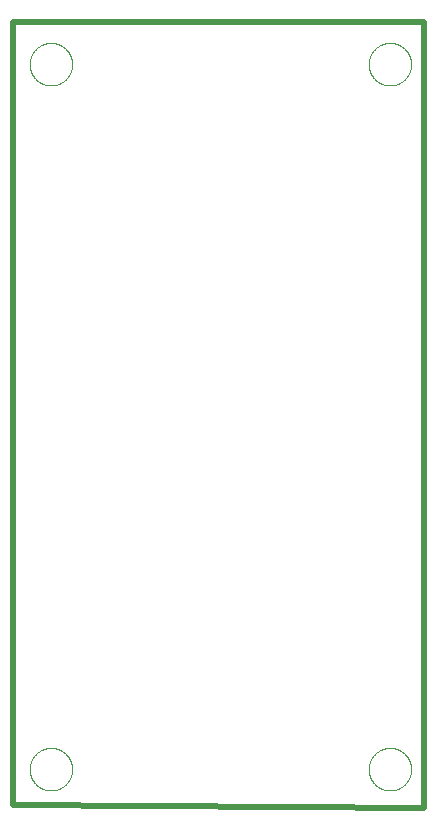
<source format=gbp>
G75*
%MOIN*%
%OFA0B0*%
%FSLAX25Y25*%
%IPPOS*%
%LPD*%
%AMOC8*
5,1,8,0,0,1.08239X$1,22.5*
%
%ADD10C,0.02000*%
%ADD11C,0.00000*%
D10*
X0002000Y0037211D02*
X0139000Y0036211D01*
X0139000Y0298211D01*
X0002000Y0298211D01*
X0002000Y0037211D01*
D11*
X0007413Y0049211D02*
X0007415Y0049385D01*
X0007422Y0049559D01*
X0007432Y0049732D01*
X0007447Y0049906D01*
X0007466Y0050079D01*
X0007490Y0050251D01*
X0007517Y0050423D01*
X0007549Y0050594D01*
X0007585Y0050764D01*
X0007625Y0050933D01*
X0007670Y0051101D01*
X0007718Y0051268D01*
X0007771Y0051434D01*
X0007827Y0051599D01*
X0007888Y0051762D01*
X0007952Y0051923D01*
X0008021Y0052083D01*
X0008093Y0052241D01*
X0008170Y0052397D01*
X0008250Y0052552D01*
X0008334Y0052704D01*
X0008421Y0052854D01*
X0008513Y0053003D01*
X0008607Y0053148D01*
X0008706Y0053292D01*
X0008808Y0053433D01*
X0008913Y0053571D01*
X0009022Y0053707D01*
X0009134Y0053840D01*
X0009249Y0053970D01*
X0009367Y0054098D01*
X0009489Y0054222D01*
X0009613Y0054344D01*
X0009741Y0054462D01*
X0009871Y0054577D01*
X0010004Y0054689D01*
X0010140Y0054798D01*
X0010278Y0054903D01*
X0010419Y0055005D01*
X0010563Y0055104D01*
X0010708Y0055198D01*
X0010857Y0055290D01*
X0011007Y0055377D01*
X0011159Y0055461D01*
X0011314Y0055541D01*
X0011470Y0055618D01*
X0011628Y0055690D01*
X0011788Y0055759D01*
X0011949Y0055823D01*
X0012112Y0055884D01*
X0012277Y0055940D01*
X0012443Y0055993D01*
X0012610Y0056041D01*
X0012778Y0056086D01*
X0012947Y0056126D01*
X0013117Y0056162D01*
X0013288Y0056194D01*
X0013460Y0056221D01*
X0013632Y0056245D01*
X0013805Y0056264D01*
X0013979Y0056279D01*
X0014152Y0056289D01*
X0014326Y0056296D01*
X0014500Y0056298D01*
X0014674Y0056296D01*
X0014848Y0056289D01*
X0015021Y0056279D01*
X0015195Y0056264D01*
X0015368Y0056245D01*
X0015540Y0056221D01*
X0015712Y0056194D01*
X0015883Y0056162D01*
X0016053Y0056126D01*
X0016222Y0056086D01*
X0016390Y0056041D01*
X0016557Y0055993D01*
X0016723Y0055940D01*
X0016888Y0055884D01*
X0017051Y0055823D01*
X0017212Y0055759D01*
X0017372Y0055690D01*
X0017530Y0055618D01*
X0017686Y0055541D01*
X0017841Y0055461D01*
X0017993Y0055377D01*
X0018143Y0055290D01*
X0018292Y0055198D01*
X0018437Y0055104D01*
X0018581Y0055005D01*
X0018722Y0054903D01*
X0018860Y0054798D01*
X0018996Y0054689D01*
X0019129Y0054577D01*
X0019259Y0054462D01*
X0019387Y0054344D01*
X0019511Y0054222D01*
X0019633Y0054098D01*
X0019751Y0053970D01*
X0019866Y0053840D01*
X0019978Y0053707D01*
X0020087Y0053571D01*
X0020192Y0053433D01*
X0020294Y0053292D01*
X0020393Y0053148D01*
X0020487Y0053003D01*
X0020579Y0052854D01*
X0020666Y0052704D01*
X0020750Y0052552D01*
X0020830Y0052397D01*
X0020907Y0052241D01*
X0020979Y0052083D01*
X0021048Y0051923D01*
X0021112Y0051762D01*
X0021173Y0051599D01*
X0021229Y0051434D01*
X0021282Y0051268D01*
X0021330Y0051101D01*
X0021375Y0050933D01*
X0021415Y0050764D01*
X0021451Y0050594D01*
X0021483Y0050423D01*
X0021510Y0050251D01*
X0021534Y0050079D01*
X0021553Y0049906D01*
X0021568Y0049732D01*
X0021578Y0049559D01*
X0021585Y0049385D01*
X0021587Y0049211D01*
X0021585Y0049037D01*
X0021578Y0048863D01*
X0021568Y0048690D01*
X0021553Y0048516D01*
X0021534Y0048343D01*
X0021510Y0048171D01*
X0021483Y0047999D01*
X0021451Y0047828D01*
X0021415Y0047658D01*
X0021375Y0047489D01*
X0021330Y0047321D01*
X0021282Y0047154D01*
X0021229Y0046988D01*
X0021173Y0046823D01*
X0021112Y0046660D01*
X0021048Y0046499D01*
X0020979Y0046339D01*
X0020907Y0046181D01*
X0020830Y0046025D01*
X0020750Y0045870D01*
X0020666Y0045718D01*
X0020579Y0045568D01*
X0020487Y0045419D01*
X0020393Y0045274D01*
X0020294Y0045130D01*
X0020192Y0044989D01*
X0020087Y0044851D01*
X0019978Y0044715D01*
X0019866Y0044582D01*
X0019751Y0044452D01*
X0019633Y0044324D01*
X0019511Y0044200D01*
X0019387Y0044078D01*
X0019259Y0043960D01*
X0019129Y0043845D01*
X0018996Y0043733D01*
X0018860Y0043624D01*
X0018722Y0043519D01*
X0018581Y0043417D01*
X0018437Y0043318D01*
X0018292Y0043224D01*
X0018143Y0043132D01*
X0017993Y0043045D01*
X0017841Y0042961D01*
X0017686Y0042881D01*
X0017530Y0042804D01*
X0017372Y0042732D01*
X0017212Y0042663D01*
X0017051Y0042599D01*
X0016888Y0042538D01*
X0016723Y0042482D01*
X0016557Y0042429D01*
X0016390Y0042381D01*
X0016222Y0042336D01*
X0016053Y0042296D01*
X0015883Y0042260D01*
X0015712Y0042228D01*
X0015540Y0042201D01*
X0015368Y0042177D01*
X0015195Y0042158D01*
X0015021Y0042143D01*
X0014848Y0042133D01*
X0014674Y0042126D01*
X0014500Y0042124D01*
X0014326Y0042126D01*
X0014152Y0042133D01*
X0013979Y0042143D01*
X0013805Y0042158D01*
X0013632Y0042177D01*
X0013460Y0042201D01*
X0013288Y0042228D01*
X0013117Y0042260D01*
X0012947Y0042296D01*
X0012778Y0042336D01*
X0012610Y0042381D01*
X0012443Y0042429D01*
X0012277Y0042482D01*
X0012112Y0042538D01*
X0011949Y0042599D01*
X0011788Y0042663D01*
X0011628Y0042732D01*
X0011470Y0042804D01*
X0011314Y0042881D01*
X0011159Y0042961D01*
X0011007Y0043045D01*
X0010857Y0043132D01*
X0010708Y0043224D01*
X0010563Y0043318D01*
X0010419Y0043417D01*
X0010278Y0043519D01*
X0010140Y0043624D01*
X0010004Y0043733D01*
X0009871Y0043845D01*
X0009741Y0043960D01*
X0009613Y0044078D01*
X0009489Y0044200D01*
X0009367Y0044324D01*
X0009249Y0044452D01*
X0009134Y0044582D01*
X0009022Y0044715D01*
X0008913Y0044851D01*
X0008808Y0044989D01*
X0008706Y0045130D01*
X0008607Y0045274D01*
X0008513Y0045419D01*
X0008421Y0045568D01*
X0008334Y0045718D01*
X0008250Y0045870D01*
X0008170Y0046025D01*
X0008093Y0046181D01*
X0008021Y0046339D01*
X0007952Y0046499D01*
X0007888Y0046660D01*
X0007827Y0046823D01*
X0007771Y0046988D01*
X0007718Y0047154D01*
X0007670Y0047321D01*
X0007625Y0047489D01*
X0007585Y0047658D01*
X0007549Y0047828D01*
X0007517Y0047999D01*
X0007490Y0048171D01*
X0007466Y0048343D01*
X0007447Y0048516D01*
X0007432Y0048690D01*
X0007422Y0048863D01*
X0007415Y0049037D01*
X0007413Y0049211D01*
X0007413Y0284211D02*
X0007415Y0284385D01*
X0007422Y0284559D01*
X0007432Y0284732D01*
X0007447Y0284906D01*
X0007466Y0285079D01*
X0007490Y0285251D01*
X0007517Y0285423D01*
X0007549Y0285594D01*
X0007585Y0285764D01*
X0007625Y0285933D01*
X0007670Y0286101D01*
X0007718Y0286268D01*
X0007771Y0286434D01*
X0007827Y0286599D01*
X0007888Y0286762D01*
X0007952Y0286923D01*
X0008021Y0287083D01*
X0008093Y0287241D01*
X0008170Y0287397D01*
X0008250Y0287552D01*
X0008334Y0287704D01*
X0008421Y0287854D01*
X0008513Y0288003D01*
X0008607Y0288148D01*
X0008706Y0288292D01*
X0008808Y0288433D01*
X0008913Y0288571D01*
X0009022Y0288707D01*
X0009134Y0288840D01*
X0009249Y0288970D01*
X0009367Y0289098D01*
X0009489Y0289222D01*
X0009613Y0289344D01*
X0009741Y0289462D01*
X0009871Y0289577D01*
X0010004Y0289689D01*
X0010140Y0289798D01*
X0010278Y0289903D01*
X0010419Y0290005D01*
X0010563Y0290104D01*
X0010708Y0290198D01*
X0010857Y0290290D01*
X0011007Y0290377D01*
X0011159Y0290461D01*
X0011314Y0290541D01*
X0011470Y0290618D01*
X0011628Y0290690D01*
X0011788Y0290759D01*
X0011949Y0290823D01*
X0012112Y0290884D01*
X0012277Y0290940D01*
X0012443Y0290993D01*
X0012610Y0291041D01*
X0012778Y0291086D01*
X0012947Y0291126D01*
X0013117Y0291162D01*
X0013288Y0291194D01*
X0013460Y0291221D01*
X0013632Y0291245D01*
X0013805Y0291264D01*
X0013979Y0291279D01*
X0014152Y0291289D01*
X0014326Y0291296D01*
X0014500Y0291298D01*
X0014674Y0291296D01*
X0014848Y0291289D01*
X0015021Y0291279D01*
X0015195Y0291264D01*
X0015368Y0291245D01*
X0015540Y0291221D01*
X0015712Y0291194D01*
X0015883Y0291162D01*
X0016053Y0291126D01*
X0016222Y0291086D01*
X0016390Y0291041D01*
X0016557Y0290993D01*
X0016723Y0290940D01*
X0016888Y0290884D01*
X0017051Y0290823D01*
X0017212Y0290759D01*
X0017372Y0290690D01*
X0017530Y0290618D01*
X0017686Y0290541D01*
X0017841Y0290461D01*
X0017993Y0290377D01*
X0018143Y0290290D01*
X0018292Y0290198D01*
X0018437Y0290104D01*
X0018581Y0290005D01*
X0018722Y0289903D01*
X0018860Y0289798D01*
X0018996Y0289689D01*
X0019129Y0289577D01*
X0019259Y0289462D01*
X0019387Y0289344D01*
X0019511Y0289222D01*
X0019633Y0289098D01*
X0019751Y0288970D01*
X0019866Y0288840D01*
X0019978Y0288707D01*
X0020087Y0288571D01*
X0020192Y0288433D01*
X0020294Y0288292D01*
X0020393Y0288148D01*
X0020487Y0288003D01*
X0020579Y0287854D01*
X0020666Y0287704D01*
X0020750Y0287552D01*
X0020830Y0287397D01*
X0020907Y0287241D01*
X0020979Y0287083D01*
X0021048Y0286923D01*
X0021112Y0286762D01*
X0021173Y0286599D01*
X0021229Y0286434D01*
X0021282Y0286268D01*
X0021330Y0286101D01*
X0021375Y0285933D01*
X0021415Y0285764D01*
X0021451Y0285594D01*
X0021483Y0285423D01*
X0021510Y0285251D01*
X0021534Y0285079D01*
X0021553Y0284906D01*
X0021568Y0284732D01*
X0021578Y0284559D01*
X0021585Y0284385D01*
X0021587Y0284211D01*
X0021585Y0284037D01*
X0021578Y0283863D01*
X0021568Y0283690D01*
X0021553Y0283516D01*
X0021534Y0283343D01*
X0021510Y0283171D01*
X0021483Y0282999D01*
X0021451Y0282828D01*
X0021415Y0282658D01*
X0021375Y0282489D01*
X0021330Y0282321D01*
X0021282Y0282154D01*
X0021229Y0281988D01*
X0021173Y0281823D01*
X0021112Y0281660D01*
X0021048Y0281499D01*
X0020979Y0281339D01*
X0020907Y0281181D01*
X0020830Y0281025D01*
X0020750Y0280870D01*
X0020666Y0280718D01*
X0020579Y0280568D01*
X0020487Y0280419D01*
X0020393Y0280274D01*
X0020294Y0280130D01*
X0020192Y0279989D01*
X0020087Y0279851D01*
X0019978Y0279715D01*
X0019866Y0279582D01*
X0019751Y0279452D01*
X0019633Y0279324D01*
X0019511Y0279200D01*
X0019387Y0279078D01*
X0019259Y0278960D01*
X0019129Y0278845D01*
X0018996Y0278733D01*
X0018860Y0278624D01*
X0018722Y0278519D01*
X0018581Y0278417D01*
X0018437Y0278318D01*
X0018292Y0278224D01*
X0018143Y0278132D01*
X0017993Y0278045D01*
X0017841Y0277961D01*
X0017686Y0277881D01*
X0017530Y0277804D01*
X0017372Y0277732D01*
X0017212Y0277663D01*
X0017051Y0277599D01*
X0016888Y0277538D01*
X0016723Y0277482D01*
X0016557Y0277429D01*
X0016390Y0277381D01*
X0016222Y0277336D01*
X0016053Y0277296D01*
X0015883Y0277260D01*
X0015712Y0277228D01*
X0015540Y0277201D01*
X0015368Y0277177D01*
X0015195Y0277158D01*
X0015021Y0277143D01*
X0014848Y0277133D01*
X0014674Y0277126D01*
X0014500Y0277124D01*
X0014326Y0277126D01*
X0014152Y0277133D01*
X0013979Y0277143D01*
X0013805Y0277158D01*
X0013632Y0277177D01*
X0013460Y0277201D01*
X0013288Y0277228D01*
X0013117Y0277260D01*
X0012947Y0277296D01*
X0012778Y0277336D01*
X0012610Y0277381D01*
X0012443Y0277429D01*
X0012277Y0277482D01*
X0012112Y0277538D01*
X0011949Y0277599D01*
X0011788Y0277663D01*
X0011628Y0277732D01*
X0011470Y0277804D01*
X0011314Y0277881D01*
X0011159Y0277961D01*
X0011007Y0278045D01*
X0010857Y0278132D01*
X0010708Y0278224D01*
X0010563Y0278318D01*
X0010419Y0278417D01*
X0010278Y0278519D01*
X0010140Y0278624D01*
X0010004Y0278733D01*
X0009871Y0278845D01*
X0009741Y0278960D01*
X0009613Y0279078D01*
X0009489Y0279200D01*
X0009367Y0279324D01*
X0009249Y0279452D01*
X0009134Y0279582D01*
X0009022Y0279715D01*
X0008913Y0279851D01*
X0008808Y0279989D01*
X0008706Y0280130D01*
X0008607Y0280274D01*
X0008513Y0280419D01*
X0008421Y0280568D01*
X0008334Y0280718D01*
X0008250Y0280870D01*
X0008170Y0281025D01*
X0008093Y0281181D01*
X0008021Y0281339D01*
X0007952Y0281499D01*
X0007888Y0281660D01*
X0007827Y0281823D01*
X0007771Y0281988D01*
X0007718Y0282154D01*
X0007670Y0282321D01*
X0007625Y0282489D01*
X0007585Y0282658D01*
X0007549Y0282828D01*
X0007517Y0282999D01*
X0007490Y0283171D01*
X0007466Y0283343D01*
X0007447Y0283516D01*
X0007432Y0283690D01*
X0007422Y0283863D01*
X0007415Y0284037D01*
X0007413Y0284211D01*
X0120413Y0284211D02*
X0120415Y0284385D01*
X0120422Y0284559D01*
X0120432Y0284732D01*
X0120447Y0284906D01*
X0120466Y0285079D01*
X0120490Y0285251D01*
X0120517Y0285423D01*
X0120549Y0285594D01*
X0120585Y0285764D01*
X0120625Y0285933D01*
X0120670Y0286101D01*
X0120718Y0286268D01*
X0120771Y0286434D01*
X0120827Y0286599D01*
X0120888Y0286762D01*
X0120952Y0286923D01*
X0121021Y0287083D01*
X0121093Y0287241D01*
X0121170Y0287397D01*
X0121250Y0287552D01*
X0121334Y0287704D01*
X0121421Y0287854D01*
X0121513Y0288003D01*
X0121607Y0288148D01*
X0121706Y0288292D01*
X0121808Y0288433D01*
X0121913Y0288571D01*
X0122022Y0288707D01*
X0122134Y0288840D01*
X0122249Y0288970D01*
X0122367Y0289098D01*
X0122489Y0289222D01*
X0122613Y0289344D01*
X0122741Y0289462D01*
X0122871Y0289577D01*
X0123004Y0289689D01*
X0123140Y0289798D01*
X0123278Y0289903D01*
X0123419Y0290005D01*
X0123563Y0290104D01*
X0123708Y0290198D01*
X0123857Y0290290D01*
X0124007Y0290377D01*
X0124159Y0290461D01*
X0124314Y0290541D01*
X0124470Y0290618D01*
X0124628Y0290690D01*
X0124788Y0290759D01*
X0124949Y0290823D01*
X0125112Y0290884D01*
X0125277Y0290940D01*
X0125443Y0290993D01*
X0125610Y0291041D01*
X0125778Y0291086D01*
X0125947Y0291126D01*
X0126117Y0291162D01*
X0126288Y0291194D01*
X0126460Y0291221D01*
X0126632Y0291245D01*
X0126805Y0291264D01*
X0126979Y0291279D01*
X0127152Y0291289D01*
X0127326Y0291296D01*
X0127500Y0291298D01*
X0127674Y0291296D01*
X0127848Y0291289D01*
X0128021Y0291279D01*
X0128195Y0291264D01*
X0128368Y0291245D01*
X0128540Y0291221D01*
X0128712Y0291194D01*
X0128883Y0291162D01*
X0129053Y0291126D01*
X0129222Y0291086D01*
X0129390Y0291041D01*
X0129557Y0290993D01*
X0129723Y0290940D01*
X0129888Y0290884D01*
X0130051Y0290823D01*
X0130212Y0290759D01*
X0130372Y0290690D01*
X0130530Y0290618D01*
X0130686Y0290541D01*
X0130841Y0290461D01*
X0130993Y0290377D01*
X0131143Y0290290D01*
X0131292Y0290198D01*
X0131437Y0290104D01*
X0131581Y0290005D01*
X0131722Y0289903D01*
X0131860Y0289798D01*
X0131996Y0289689D01*
X0132129Y0289577D01*
X0132259Y0289462D01*
X0132387Y0289344D01*
X0132511Y0289222D01*
X0132633Y0289098D01*
X0132751Y0288970D01*
X0132866Y0288840D01*
X0132978Y0288707D01*
X0133087Y0288571D01*
X0133192Y0288433D01*
X0133294Y0288292D01*
X0133393Y0288148D01*
X0133487Y0288003D01*
X0133579Y0287854D01*
X0133666Y0287704D01*
X0133750Y0287552D01*
X0133830Y0287397D01*
X0133907Y0287241D01*
X0133979Y0287083D01*
X0134048Y0286923D01*
X0134112Y0286762D01*
X0134173Y0286599D01*
X0134229Y0286434D01*
X0134282Y0286268D01*
X0134330Y0286101D01*
X0134375Y0285933D01*
X0134415Y0285764D01*
X0134451Y0285594D01*
X0134483Y0285423D01*
X0134510Y0285251D01*
X0134534Y0285079D01*
X0134553Y0284906D01*
X0134568Y0284732D01*
X0134578Y0284559D01*
X0134585Y0284385D01*
X0134587Y0284211D01*
X0134585Y0284037D01*
X0134578Y0283863D01*
X0134568Y0283690D01*
X0134553Y0283516D01*
X0134534Y0283343D01*
X0134510Y0283171D01*
X0134483Y0282999D01*
X0134451Y0282828D01*
X0134415Y0282658D01*
X0134375Y0282489D01*
X0134330Y0282321D01*
X0134282Y0282154D01*
X0134229Y0281988D01*
X0134173Y0281823D01*
X0134112Y0281660D01*
X0134048Y0281499D01*
X0133979Y0281339D01*
X0133907Y0281181D01*
X0133830Y0281025D01*
X0133750Y0280870D01*
X0133666Y0280718D01*
X0133579Y0280568D01*
X0133487Y0280419D01*
X0133393Y0280274D01*
X0133294Y0280130D01*
X0133192Y0279989D01*
X0133087Y0279851D01*
X0132978Y0279715D01*
X0132866Y0279582D01*
X0132751Y0279452D01*
X0132633Y0279324D01*
X0132511Y0279200D01*
X0132387Y0279078D01*
X0132259Y0278960D01*
X0132129Y0278845D01*
X0131996Y0278733D01*
X0131860Y0278624D01*
X0131722Y0278519D01*
X0131581Y0278417D01*
X0131437Y0278318D01*
X0131292Y0278224D01*
X0131143Y0278132D01*
X0130993Y0278045D01*
X0130841Y0277961D01*
X0130686Y0277881D01*
X0130530Y0277804D01*
X0130372Y0277732D01*
X0130212Y0277663D01*
X0130051Y0277599D01*
X0129888Y0277538D01*
X0129723Y0277482D01*
X0129557Y0277429D01*
X0129390Y0277381D01*
X0129222Y0277336D01*
X0129053Y0277296D01*
X0128883Y0277260D01*
X0128712Y0277228D01*
X0128540Y0277201D01*
X0128368Y0277177D01*
X0128195Y0277158D01*
X0128021Y0277143D01*
X0127848Y0277133D01*
X0127674Y0277126D01*
X0127500Y0277124D01*
X0127326Y0277126D01*
X0127152Y0277133D01*
X0126979Y0277143D01*
X0126805Y0277158D01*
X0126632Y0277177D01*
X0126460Y0277201D01*
X0126288Y0277228D01*
X0126117Y0277260D01*
X0125947Y0277296D01*
X0125778Y0277336D01*
X0125610Y0277381D01*
X0125443Y0277429D01*
X0125277Y0277482D01*
X0125112Y0277538D01*
X0124949Y0277599D01*
X0124788Y0277663D01*
X0124628Y0277732D01*
X0124470Y0277804D01*
X0124314Y0277881D01*
X0124159Y0277961D01*
X0124007Y0278045D01*
X0123857Y0278132D01*
X0123708Y0278224D01*
X0123563Y0278318D01*
X0123419Y0278417D01*
X0123278Y0278519D01*
X0123140Y0278624D01*
X0123004Y0278733D01*
X0122871Y0278845D01*
X0122741Y0278960D01*
X0122613Y0279078D01*
X0122489Y0279200D01*
X0122367Y0279324D01*
X0122249Y0279452D01*
X0122134Y0279582D01*
X0122022Y0279715D01*
X0121913Y0279851D01*
X0121808Y0279989D01*
X0121706Y0280130D01*
X0121607Y0280274D01*
X0121513Y0280419D01*
X0121421Y0280568D01*
X0121334Y0280718D01*
X0121250Y0280870D01*
X0121170Y0281025D01*
X0121093Y0281181D01*
X0121021Y0281339D01*
X0120952Y0281499D01*
X0120888Y0281660D01*
X0120827Y0281823D01*
X0120771Y0281988D01*
X0120718Y0282154D01*
X0120670Y0282321D01*
X0120625Y0282489D01*
X0120585Y0282658D01*
X0120549Y0282828D01*
X0120517Y0282999D01*
X0120490Y0283171D01*
X0120466Y0283343D01*
X0120447Y0283516D01*
X0120432Y0283690D01*
X0120422Y0283863D01*
X0120415Y0284037D01*
X0120413Y0284211D01*
X0120413Y0049211D02*
X0120415Y0049385D01*
X0120422Y0049559D01*
X0120432Y0049732D01*
X0120447Y0049906D01*
X0120466Y0050079D01*
X0120490Y0050251D01*
X0120517Y0050423D01*
X0120549Y0050594D01*
X0120585Y0050764D01*
X0120625Y0050933D01*
X0120670Y0051101D01*
X0120718Y0051268D01*
X0120771Y0051434D01*
X0120827Y0051599D01*
X0120888Y0051762D01*
X0120952Y0051923D01*
X0121021Y0052083D01*
X0121093Y0052241D01*
X0121170Y0052397D01*
X0121250Y0052552D01*
X0121334Y0052704D01*
X0121421Y0052854D01*
X0121513Y0053003D01*
X0121607Y0053148D01*
X0121706Y0053292D01*
X0121808Y0053433D01*
X0121913Y0053571D01*
X0122022Y0053707D01*
X0122134Y0053840D01*
X0122249Y0053970D01*
X0122367Y0054098D01*
X0122489Y0054222D01*
X0122613Y0054344D01*
X0122741Y0054462D01*
X0122871Y0054577D01*
X0123004Y0054689D01*
X0123140Y0054798D01*
X0123278Y0054903D01*
X0123419Y0055005D01*
X0123563Y0055104D01*
X0123708Y0055198D01*
X0123857Y0055290D01*
X0124007Y0055377D01*
X0124159Y0055461D01*
X0124314Y0055541D01*
X0124470Y0055618D01*
X0124628Y0055690D01*
X0124788Y0055759D01*
X0124949Y0055823D01*
X0125112Y0055884D01*
X0125277Y0055940D01*
X0125443Y0055993D01*
X0125610Y0056041D01*
X0125778Y0056086D01*
X0125947Y0056126D01*
X0126117Y0056162D01*
X0126288Y0056194D01*
X0126460Y0056221D01*
X0126632Y0056245D01*
X0126805Y0056264D01*
X0126979Y0056279D01*
X0127152Y0056289D01*
X0127326Y0056296D01*
X0127500Y0056298D01*
X0127674Y0056296D01*
X0127848Y0056289D01*
X0128021Y0056279D01*
X0128195Y0056264D01*
X0128368Y0056245D01*
X0128540Y0056221D01*
X0128712Y0056194D01*
X0128883Y0056162D01*
X0129053Y0056126D01*
X0129222Y0056086D01*
X0129390Y0056041D01*
X0129557Y0055993D01*
X0129723Y0055940D01*
X0129888Y0055884D01*
X0130051Y0055823D01*
X0130212Y0055759D01*
X0130372Y0055690D01*
X0130530Y0055618D01*
X0130686Y0055541D01*
X0130841Y0055461D01*
X0130993Y0055377D01*
X0131143Y0055290D01*
X0131292Y0055198D01*
X0131437Y0055104D01*
X0131581Y0055005D01*
X0131722Y0054903D01*
X0131860Y0054798D01*
X0131996Y0054689D01*
X0132129Y0054577D01*
X0132259Y0054462D01*
X0132387Y0054344D01*
X0132511Y0054222D01*
X0132633Y0054098D01*
X0132751Y0053970D01*
X0132866Y0053840D01*
X0132978Y0053707D01*
X0133087Y0053571D01*
X0133192Y0053433D01*
X0133294Y0053292D01*
X0133393Y0053148D01*
X0133487Y0053003D01*
X0133579Y0052854D01*
X0133666Y0052704D01*
X0133750Y0052552D01*
X0133830Y0052397D01*
X0133907Y0052241D01*
X0133979Y0052083D01*
X0134048Y0051923D01*
X0134112Y0051762D01*
X0134173Y0051599D01*
X0134229Y0051434D01*
X0134282Y0051268D01*
X0134330Y0051101D01*
X0134375Y0050933D01*
X0134415Y0050764D01*
X0134451Y0050594D01*
X0134483Y0050423D01*
X0134510Y0050251D01*
X0134534Y0050079D01*
X0134553Y0049906D01*
X0134568Y0049732D01*
X0134578Y0049559D01*
X0134585Y0049385D01*
X0134587Y0049211D01*
X0134585Y0049037D01*
X0134578Y0048863D01*
X0134568Y0048690D01*
X0134553Y0048516D01*
X0134534Y0048343D01*
X0134510Y0048171D01*
X0134483Y0047999D01*
X0134451Y0047828D01*
X0134415Y0047658D01*
X0134375Y0047489D01*
X0134330Y0047321D01*
X0134282Y0047154D01*
X0134229Y0046988D01*
X0134173Y0046823D01*
X0134112Y0046660D01*
X0134048Y0046499D01*
X0133979Y0046339D01*
X0133907Y0046181D01*
X0133830Y0046025D01*
X0133750Y0045870D01*
X0133666Y0045718D01*
X0133579Y0045568D01*
X0133487Y0045419D01*
X0133393Y0045274D01*
X0133294Y0045130D01*
X0133192Y0044989D01*
X0133087Y0044851D01*
X0132978Y0044715D01*
X0132866Y0044582D01*
X0132751Y0044452D01*
X0132633Y0044324D01*
X0132511Y0044200D01*
X0132387Y0044078D01*
X0132259Y0043960D01*
X0132129Y0043845D01*
X0131996Y0043733D01*
X0131860Y0043624D01*
X0131722Y0043519D01*
X0131581Y0043417D01*
X0131437Y0043318D01*
X0131292Y0043224D01*
X0131143Y0043132D01*
X0130993Y0043045D01*
X0130841Y0042961D01*
X0130686Y0042881D01*
X0130530Y0042804D01*
X0130372Y0042732D01*
X0130212Y0042663D01*
X0130051Y0042599D01*
X0129888Y0042538D01*
X0129723Y0042482D01*
X0129557Y0042429D01*
X0129390Y0042381D01*
X0129222Y0042336D01*
X0129053Y0042296D01*
X0128883Y0042260D01*
X0128712Y0042228D01*
X0128540Y0042201D01*
X0128368Y0042177D01*
X0128195Y0042158D01*
X0128021Y0042143D01*
X0127848Y0042133D01*
X0127674Y0042126D01*
X0127500Y0042124D01*
X0127326Y0042126D01*
X0127152Y0042133D01*
X0126979Y0042143D01*
X0126805Y0042158D01*
X0126632Y0042177D01*
X0126460Y0042201D01*
X0126288Y0042228D01*
X0126117Y0042260D01*
X0125947Y0042296D01*
X0125778Y0042336D01*
X0125610Y0042381D01*
X0125443Y0042429D01*
X0125277Y0042482D01*
X0125112Y0042538D01*
X0124949Y0042599D01*
X0124788Y0042663D01*
X0124628Y0042732D01*
X0124470Y0042804D01*
X0124314Y0042881D01*
X0124159Y0042961D01*
X0124007Y0043045D01*
X0123857Y0043132D01*
X0123708Y0043224D01*
X0123563Y0043318D01*
X0123419Y0043417D01*
X0123278Y0043519D01*
X0123140Y0043624D01*
X0123004Y0043733D01*
X0122871Y0043845D01*
X0122741Y0043960D01*
X0122613Y0044078D01*
X0122489Y0044200D01*
X0122367Y0044324D01*
X0122249Y0044452D01*
X0122134Y0044582D01*
X0122022Y0044715D01*
X0121913Y0044851D01*
X0121808Y0044989D01*
X0121706Y0045130D01*
X0121607Y0045274D01*
X0121513Y0045419D01*
X0121421Y0045568D01*
X0121334Y0045718D01*
X0121250Y0045870D01*
X0121170Y0046025D01*
X0121093Y0046181D01*
X0121021Y0046339D01*
X0120952Y0046499D01*
X0120888Y0046660D01*
X0120827Y0046823D01*
X0120771Y0046988D01*
X0120718Y0047154D01*
X0120670Y0047321D01*
X0120625Y0047489D01*
X0120585Y0047658D01*
X0120549Y0047828D01*
X0120517Y0047999D01*
X0120490Y0048171D01*
X0120466Y0048343D01*
X0120447Y0048516D01*
X0120432Y0048690D01*
X0120422Y0048863D01*
X0120415Y0049037D01*
X0120413Y0049211D01*
M02*

</source>
